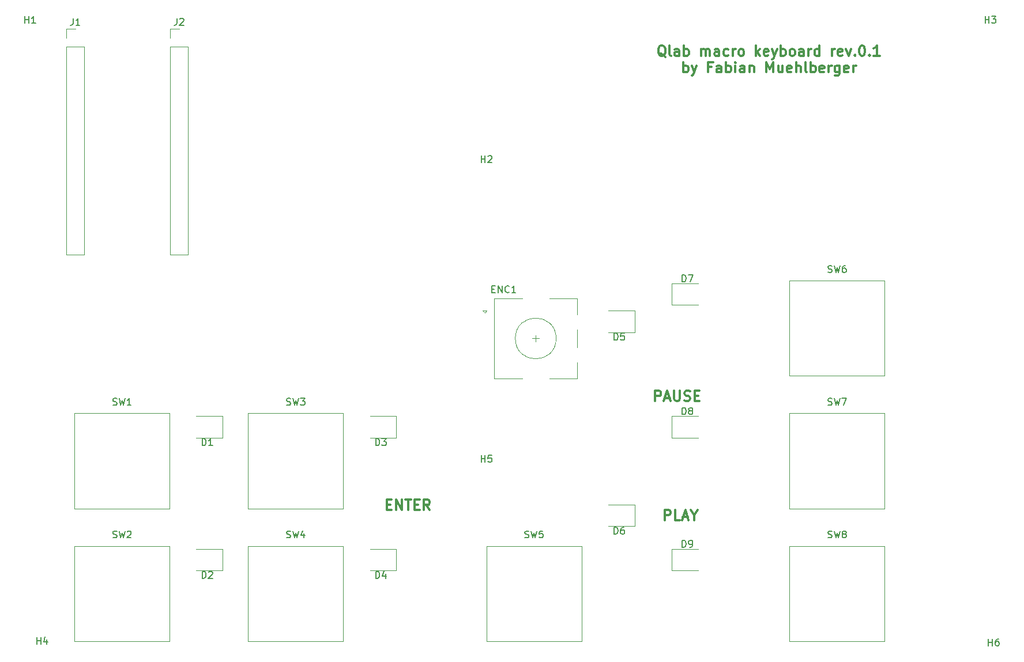
<source format=gbr>
%TF.GenerationSoftware,KiCad,Pcbnew,(6.0.0)*%
%TF.CreationDate,2022-06-05T14:16:53+02:00*%
%TF.ProjectId,Qlab_macro_keyboard,516c6162-5f6d-4616-9372-6f5f6b657962,rev?*%
%TF.SameCoordinates,Original*%
%TF.FileFunction,Legend,Top*%
%TF.FilePolarity,Positive*%
%FSLAX46Y46*%
G04 Gerber Fmt 4.6, Leading zero omitted, Abs format (unit mm)*
G04 Created by KiCad (PCBNEW (6.0.0)) date 2022-06-05 14:16:53*
%MOMM*%
%LPD*%
G01*
G04 APERTURE LIST*
%ADD10C,0.300000*%
%ADD11C,0.150000*%
%ADD12C,0.120000*%
G04 APERTURE END LIST*
D10*
X133321428Y-42113928D02*
X133178571Y-42042500D01*
X133035714Y-41899642D01*
X132821428Y-41685357D01*
X132678571Y-41613928D01*
X132535714Y-41613928D01*
X132607142Y-41971071D02*
X132464285Y-41899642D01*
X132321428Y-41756785D01*
X132250000Y-41471071D01*
X132250000Y-40971071D01*
X132321428Y-40685357D01*
X132464285Y-40542500D01*
X132607142Y-40471071D01*
X132892857Y-40471071D01*
X133035714Y-40542500D01*
X133178571Y-40685357D01*
X133250000Y-40971071D01*
X133250000Y-41471071D01*
X133178571Y-41756785D01*
X133035714Y-41899642D01*
X132892857Y-41971071D01*
X132607142Y-41971071D01*
X134107142Y-41971071D02*
X133964285Y-41899642D01*
X133892857Y-41756785D01*
X133892857Y-40471071D01*
X135321428Y-41971071D02*
X135321428Y-41185357D01*
X135250000Y-41042500D01*
X135107142Y-40971071D01*
X134821428Y-40971071D01*
X134678571Y-41042500D01*
X135321428Y-41899642D02*
X135178571Y-41971071D01*
X134821428Y-41971071D01*
X134678571Y-41899642D01*
X134607142Y-41756785D01*
X134607142Y-41613928D01*
X134678571Y-41471071D01*
X134821428Y-41399642D01*
X135178571Y-41399642D01*
X135321428Y-41328214D01*
X136035714Y-41971071D02*
X136035714Y-40471071D01*
X136035714Y-41042500D02*
X136178571Y-40971071D01*
X136464285Y-40971071D01*
X136607142Y-41042500D01*
X136678571Y-41113928D01*
X136750000Y-41256785D01*
X136750000Y-41685357D01*
X136678571Y-41828214D01*
X136607142Y-41899642D01*
X136464285Y-41971071D01*
X136178571Y-41971071D01*
X136035714Y-41899642D01*
X138535714Y-41971071D02*
X138535714Y-40971071D01*
X138535714Y-41113928D02*
X138607142Y-41042500D01*
X138750000Y-40971071D01*
X138964285Y-40971071D01*
X139107142Y-41042500D01*
X139178571Y-41185357D01*
X139178571Y-41971071D01*
X139178571Y-41185357D02*
X139250000Y-41042500D01*
X139392857Y-40971071D01*
X139607142Y-40971071D01*
X139750000Y-41042500D01*
X139821428Y-41185357D01*
X139821428Y-41971071D01*
X141178571Y-41971071D02*
X141178571Y-41185357D01*
X141107142Y-41042500D01*
X140964285Y-40971071D01*
X140678571Y-40971071D01*
X140535714Y-41042500D01*
X141178571Y-41899642D02*
X141035714Y-41971071D01*
X140678571Y-41971071D01*
X140535714Y-41899642D01*
X140464285Y-41756785D01*
X140464285Y-41613928D01*
X140535714Y-41471071D01*
X140678571Y-41399642D01*
X141035714Y-41399642D01*
X141178571Y-41328214D01*
X142535714Y-41899642D02*
X142392857Y-41971071D01*
X142107142Y-41971071D01*
X141964285Y-41899642D01*
X141892857Y-41828214D01*
X141821428Y-41685357D01*
X141821428Y-41256785D01*
X141892857Y-41113928D01*
X141964285Y-41042500D01*
X142107142Y-40971071D01*
X142392857Y-40971071D01*
X142535714Y-41042500D01*
X143178571Y-41971071D02*
X143178571Y-40971071D01*
X143178571Y-41256785D02*
X143250000Y-41113928D01*
X143321428Y-41042500D01*
X143464285Y-40971071D01*
X143607142Y-40971071D01*
X144321428Y-41971071D02*
X144178571Y-41899642D01*
X144107142Y-41828214D01*
X144035714Y-41685357D01*
X144035714Y-41256785D01*
X144107142Y-41113928D01*
X144178571Y-41042500D01*
X144321428Y-40971071D01*
X144535714Y-40971071D01*
X144678571Y-41042500D01*
X144750000Y-41113928D01*
X144821428Y-41256785D01*
X144821428Y-41685357D01*
X144750000Y-41828214D01*
X144678571Y-41899642D01*
X144535714Y-41971071D01*
X144321428Y-41971071D01*
X146607142Y-41971071D02*
X146607142Y-40471071D01*
X146750000Y-41399642D02*
X147178571Y-41971071D01*
X147178571Y-40971071D02*
X146607142Y-41542500D01*
X148392857Y-41899642D02*
X148250000Y-41971071D01*
X147964285Y-41971071D01*
X147821428Y-41899642D01*
X147750000Y-41756785D01*
X147750000Y-41185357D01*
X147821428Y-41042500D01*
X147964285Y-40971071D01*
X148250000Y-40971071D01*
X148392857Y-41042500D01*
X148464285Y-41185357D01*
X148464285Y-41328214D01*
X147750000Y-41471071D01*
X148964285Y-40971071D02*
X149321428Y-41971071D01*
X149678571Y-40971071D02*
X149321428Y-41971071D01*
X149178571Y-42328214D01*
X149107142Y-42399642D01*
X148964285Y-42471071D01*
X150250000Y-41971071D02*
X150250000Y-40471071D01*
X150250000Y-41042500D02*
X150392857Y-40971071D01*
X150678571Y-40971071D01*
X150821428Y-41042500D01*
X150892857Y-41113928D01*
X150964285Y-41256785D01*
X150964285Y-41685357D01*
X150892857Y-41828214D01*
X150821428Y-41899642D01*
X150678571Y-41971071D01*
X150392857Y-41971071D01*
X150250000Y-41899642D01*
X151821428Y-41971071D02*
X151678571Y-41899642D01*
X151607142Y-41828214D01*
X151535714Y-41685357D01*
X151535714Y-41256785D01*
X151607142Y-41113928D01*
X151678571Y-41042500D01*
X151821428Y-40971071D01*
X152035714Y-40971071D01*
X152178571Y-41042500D01*
X152250000Y-41113928D01*
X152321428Y-41256785D01*
X152321428Y-41685357D01*
X152250000Y-41828214D01*
X152178571Y-41899642D01*
X152035714Y-41971071D01*
X151821428Y-41971071D01*
X153607142Y-41971071D02*
X153607142Y-41185357D01*
X153535714Y-41042500D01*
X153392857Y-40971071D01*
X153107142Y-40971071D01*
X152964285Y-41042500D01*
X153607142Y-41899642D02*
X153464285Y-41971071D01*
X153107142Y-41971071D01*
X152964285Y-41899642D01*
X152892857Y-41756785D01*
X152892857Y-41613928D01*
X152964285Y-41471071D01*
X153107142Y-41399642D01*
X153464285Y-41399642D01*
X153607142Y-41328214D01*
X154321428Y-41971071D02*
X154321428Y-40971071D01*
X154321428Y-41256785D02*
X154392857Y-41113928D01*
X154464285Y-41042500D01*
X154607142Y-40971071D01*
X154750000Y-40971071D01*
X155892857Y-41971071D02*
X155892857Y-40471071D01*
X155892857Y-41899642D02*
X155750000Y-41971071D01*
X155464285Y-41971071D01*
X155321428Y-41899642D01*
X155250000Y-41828214D01*
X155178571Y-41685357D01*
X155178571Y-41256785D01*
X155250000Y-41113928D01*
X155321428Y-41042500D01*
X155464285Y-40971071D01*
X155750000Y-40971071D01*
X155892857Y-41042500D01*
X157750000Y-41971071D02*
X157750000Y-40971071D01*
X157750000Y-41256785D02*
X157821428Y-41113928D01*
X157892857Y-41042500D01*
X158035714Y-40971071D01*
X158178571Y-40971071D01*
X159250000Y-41899642D02*
X159107142Y-41971071D01*
X158821428Y-41971071D01*
X158678571Y-41899642D01*
X158607142Y-41756785D01*
X158607142Y-41185357D01*
X158678571Y-41042500D01*
X158821428Y-40971071D01*
X159107142Y-40971071D01*
X159250000Y-41042500D01*
X159321428Y-41185357D01*
X159321428Y-41328214D01*
X158607142Y-41471071D01*
X159821428Y-40971071D02*
X160178571Y-41971071D01*
X160535714Y-40971071D01*
X161107142Y-41828214D02*
X161178571Y-41899642D01*
X161107142Y-41971071D01*
X161035714Y-41899642D01*
X161107142Y-41828214D01*
X161107142Y-41971071D01*
X162107142Y-40471071D02*
X162250000Y-40471071D01*
X162392857Y-40542500D01*
X162464285Y-40613928D01*
X162535714Y-40756785D01*
X162607142Y-41042500D01*
X162607142Y-41399642D01*
X162535714Y-41685357D01*
X162464285Y-41828214D01*
X162392857Y-41899642D01*
X162250000Y-41971071D01*
X162107142Y-41971071D01*
X161964285Y-41899642D01*
X161892857Y-41828214D01*
X161821428Y-41685357D01*
X161750000Y-41399642D01*
X161750000Y-41042500D01*
X161821428Y-40756785D01*
X161892857Y-40613928D01*
X161964285Y-40542500D01*
X162107142Y-40471071D01*
X163250000Y-41828214D02*
X163321428Y-41899642D01*
X163250000Y-41971071D01*
X163178571Y-41899642D01*
X163250000Y-41828214D01*
X163250000Y-41971071D01*
X164750000Y-41971071D02*
X163892857Y-41971071D01*
X164321428Y-41971071D02*
X164321428Y-40471071D01*
X164178571Y-40685357D01*
X164035714Y-40828214D01*
X163892857Y-40899642D01*
X135928571Y-44386071D02*
X135928571Y-42886071D01*
X135928571Y-43457500D02*
X136071428Y-43386071D01*
X136357142Y-43386071D01*
X136500000Y-43457500D01*
X136571428Y-43528928D01*
X136642857Y-43671785D01*
X136642857Y-44100357D01*
X136571428Y-44243214D01*
X136500000Y-44314642D01*
X136357142Y-44386071D01*
X136071428Y-44386071D01*
X135928571Y-44314642D01*
X137142857Y-43386071D02*
X137500000Y-44386071D01*
X137857142Y-43386071D02*
X137500000Y-44386071D01*
X137357142Y-44743214D01*
X137285714Y-44814642D01*
X137142857Y-44886071D01*
X140071428Y-43600357D02*
X139571428Y-43600357D01*
X139571428Y-44386071D02*
X139571428Y-42886071D01*
X140285714Y-42886071D01*
X141500000Y-44386071D02*
X141500000Y-43600357D01*
X141428571Y-43457500D01*
X141285714Y-43386071D01*
X141000000Y-43386071D01*
X140857142Y-43457500D01*
X141500000Y-44314642D02*
X141357142Y-44386071D01*
X141000000Y-44386071D01*
X140857142Y-44314642D01*
X140785714Y-44171785D01*
X140785714Y-44028928D01*
X140857142Y-43886071D01*
X141000000Y-43814642D01*
X141357142Y-43814642D01*
X141500000Y-43743214D01*
X142214285Y-44386071D02*
X142214285Y-42886071D01*
X142214285Y-43457500D02*
X142357142Y-43386071D01*
X142642857Y-43386071D01*
X142785714Y-43457500D01*
X142857142Y-43528928D01*
X142928571Y-43671785D01*
X142928571Y-44100357D01*
X142857142Y-44243214D01*
X142785714Y-44314642D01*
X142642857Y-44386071D01*
X142357142Y-44386071D01*
X142214285Y-44314642D01*
X143571428Y-44386071D02*
X143571428Y-43386071D01*
X143571428Y-42886071D02*
X143500000Y-42957500D01*
X143571428Y-43028928D01*
X143642857Y-42957500D01*
X143571428Y-42886071D01*
X143571428Y-43028928D01*
X144928571Y-44386071D02*
X144928571Y-43600357D01*
X144857142Y-43457500D01*
X144714285Y-43386071D01*
X144428571Y-43386071D01*
X144285714Y-43457500D01*
X144928571Y-44314642D02*
X144785714Y-44386071D01*
X144428571Y-44386071D01*
X144285714Y-44314642D01*
X144214285Y-44171785D01*
X144214285Y-44028928D01*
X144285714Y-43886071D01*
X144428571Y-43814642D01*
X144785714Y-43814642D01*
X144928571Y-43743214D01*
X145642857Y-43386071D02*
X145642857Y-44386071D01*
X145642857Y-43528928D02*
X145714285Y-43457500D01*
X145857142Y-43386071D01*
X146071428Y-43386071D01*
X146214285Y-43457500D01*
X146285714Y-43600357D01*
X146285714Y-44386071D01*
X148142857Y-44386071D02*
X148142857Y-42886071D01*
X148642857Y-43957500D01*
X149142857Y-42886071D01*
X149142857Y-44386071D01*
X150500000Y-43386071D02*
X150500000Y-44386071D01*
X149857142Y-43386071D02*
X149857142Y-44171785D01*
X149928571Y-44314642D01*
X150071428Y-44386071D01*
X150285714Y-44386071D01*
X150428571Y-44314642D01*
X150500000Y-44243214D01*
X151785714Y-44314642D02*
X151642857Y-44386071D01*
X151357142Y-44386071D01*
X151214285Y-44314642D01*
X151142857Y-44171785D01*
X151142857Y-43600357D01*
X151214285Y-43457500D01*
X151357142Y-43386071D01*
X151642857Y-43386071D01*
X151785714Y-43457500D01*
X151857142Y-43600357D01*
X151857142Y-43743214D01*
X151142857Y-43886071D01*
X152500000Y-44386071D02*
X152500000Y-42886071D01*
X153142857Y-44386071D02*
X153142857Y-43600357D01*
X153071428Y-43457500D01*
X152928571Y-43386071D01*
X152714285Y-43386071D01*
X152571428Y-43457500D01*
X152500000Y-43528928D01*
X154071428Y-44386071D02*
X153928571Y-44314642D01*
X153857142Y-44171785D01*
X153857142Y-42886071D01*
X154642857Y-44386071D02*
X154642857Y-42886071D01*
X154642857Y-43457500D02*
X154785714Y-43386071D01*
X155071428Y-43386071D01*
X155214285Y-43457500D01*
X155285714Y-43528928D01*
X155357142Y-43671785D01*
X155357142Y-44100357D01*
X155285714Y-44243214D01*
X155214285Y-44314642D01*
X155071428Y-44386071D01*
X154785714Y-44386071D01*
X154642857Y-44314642D01*
X156571428Y-44314642D02*
X156428571Y-44386071D01*
X156142857Y-44386071D01*
X156000000Y-44314642D01*
X155928571Y-44171785D01*
X155928571Y-43600357D01*
X156000000Y-43457500D01*
X156142857Y-43386071D01*
X156428571Y-43386071D01*
X156571428Y-43457500D01*
X156642857Y-43600357D01*
X156642857Y-43743214D01*
X155928571Y-43886071D01*
X157285714Y-44386071D02*
X157285714Y-43386071D01*
X157285714Y-43671785D02*
X157357142Y-43528928D01*
X157428571Y-43457500D01*
X157571428Y-43386071D01*
X157714285Y-43386071D01*
X158857142Y-43386071D02*
X158857142Y-44600357D01*
X158785714Y-44743214D01*
X158714285Y-44814642D01*
X158571428Y-44886071D01*
X158357142Y-44886071D01*
X158214285Y-44814642D01*
X158857142Y-44314642D02*
X158714285Y-44386071D01*
X158428571Y-44386071D01*
X158285714Y-44314642D01*
X158214285Y-44243214D01*
X158142857Y-44100357D01*
X158142857Y-43671785D01*
X158214285Y-43528928D01*
X158285714Y-43457500D01*
X158428571Y-43386071D01*
X158714285Y-43386071D01*
X158857142Y-43457500D01*
X160142857Y-44314642D02*
X160000000Y-44386071D01*
X159714285Y-44386071D01*
X159571428Y-44314642D01*
X159500000Y-44171785D01*
X159500000Y-43600357D01*
X159571428Y-43457500D01*
X159714285Y-43386071D01*
X160000000Y-43386071D01*
X160142857Y-43457500D01*
X160214285Y-43600357D01*
X160214285Y-43743214D01*
X159500000Y-43886071D01*
X160857142Y-44386071D02*
X160857142Y-43386071D01*
X160857142Y-43671785D02*
X160928571Y-43528928D01*
X161000000Y-43457500D01*
X161142857Y-43386071D01*
X161285714Y-43386071D01*
X92392857Y-107892857D02*
X92892857Y-107892857D01*
X93107142Y-108678571D02*
X92392857Y-108678571D01*
X92392857Y-107178571D01*
X93107142Y-107178571D01*
X93750000Y-108678571D02*
X93750000Y-107178571D01*
X94607142Y-108678571D01*
X94607142Y-107178571D01*
X95107142Y-107178571D02*
X95964285Y-107178571D01*
X95535714Y-108678571D02*
X95535714Y-107178571D01*
X96464285Y-107892857D02*
X96964285Y-107892857D01*
X97178571Y-108678571D02*
X96464285Y-108678571D01*
X96464285Y-107178571D01*
X97178571Y-107178571D01*
X98678571Y-108678571D02*
X98178571Y-107964285D01*
X97821428Y-108678571D02*
X97821428Y-107178571D01*
X98392857Y-107178571D01*
X98535714Y-107250000D01*
X98607142Y-107321428D01*
X98678571Y-107464285D01*
X98678571Y-107678571D01*
X98607142Y-107821428D01*
X98535714Y-107892857D01*
X98392857Y-107964285D01*
X97821428Y-107964285D01*
X131785714Y-92678571D02*
X131785714Y-91178571D01*
X132357142Y-91178571D01*
X132500000Y-91250000D01*
X132571428Y-91321428D01*
X132642857Y-91464285D01*
X132642857Y-91678571D01*
X132571428Y-91821428D01*
X132500000Y-91892857D01*
X132357142Y-91964285D01*
X131785714Y-91964285D01*
X133214285Y-92250000D02*
X133928571Y-92250000D01*
X133071428Y-92678571D02*
X133571428Y-91178571D01*
X134071428Y-92678571D01*
X134571428Y-91178571D02*
X134571428Y-92392857D01*
X134642857Y-92535714D01*
X134714285Y-92607142D01*
X134857142Y-92678571D01*
X135142857Y-92678571D01*
X135285714Y-92607142D01*
X135357142Y-92535714D01*
X135428571Y-92392857D01*
X135428571Y-91178571D01*
X136071428Y-92607142D02*
X136285714Y-92678571D01*
X136642857Y-92678571D01*
X136785714Y-92607142D01*
X136857142Y-92535714D01*
X136928571Y-92392857D01*
X136928571Y-92250000D01*
X136857142Y-92107142D01*
X136785714Y-92035714D01*
X136642857Y-91964285D01*
X136357142Y-91892857D01*
X136214285Y-91821428D01*
X136142857Y-91750000D01*
X136071428Y-91607142D01*
X136071428Y-91464285D01*
X136142857Y-91321428D01*
X136214285Y-91250000D01*
X136357142Y-91178571D01*
X136714285Y-91178571D01*
X136928571Y-91250000D01*
X137571428Y-91892857D02*
X138071428Y-91892857D01*
X138285714Y-92678571D02*
X137571428Y-92678571D01*
X137571428Y-91178571D01*
X138285714Y-91178571D01*
X133214285Y-110178571D02*
X133214285Y-108678571D01*
X133785714Y-108678571D01*
X133928571Y-108750000D01*
X134000000Y-108821428D01*
X134071428Y-108964285D01*
X134071428Y-109178571D01*
X134000000Y-109321428D01*
X133928571Y-109392857D01*
X133785714Y-109464285D01*
X133214285Y-109464285D01*
X135428571Y-110178571D02*
X134714285Y-110178571D01*
X134714285Y-108678571D01*
X135857142Y-109750000D02*
X136571428Y-109750000D01*
X135714285Y-110178571D02*
X136214285Y-108678571D01*
X136714285Y-110178571D01*
X137500000Y-109464285D02*
X137500000Y-110178571D01*
X137000000Y-108678571D02*
X137500000Y-109464285D01*
X138000000Y-108678571D01*
D11*
%TO.C,D5*%
X125761904Y-83732380D02*
X125761904Y-82732380D01*
X126000000Y-82732380D01*
X126142857Y-82780000D01*
X126238095Y-82875238D01*
X126285714Y-82970476D01*
X126333333Y-83160952D01*
X126333333Y-83303809D01*
X126285714Y-83494285D01*
X126238095Y-83589523D01*
X126142857Y-83684761D01*
X126000000Y-83732380D01*
X125761904Y-83732380D01*
X127238095Y-82732380D02*
X126761904Y-82732380D01*
X126714285Y-83208571D01*
X126761904Y-83160952D01*
X126857142Y-83113333D01*
X127095238Y-83113333D01*
X127190476Y-83160952D01*
X127238095Y-83208571D01*
X127285714Y-83303809D01*
X127285714Y-83541904D01*
X127238095Y-83637142D01*
X127190476Y-83684761D01*
X127095238Y-83732380D01*
X126857142Y-83732380D01*
X126761904Y-83684761D01*
X126714285Y-83637142D01*
%TO.C,SW1*%
X52166666Y-93242261D02*
X52309523Y-93289880D01*
X52547619Y-93289880D01*
X52642857Y-93242261D01*
X52690476Y-93194642D01*
X52738095Y-93099404D01*
X52738095Y-93004166D01*
X52690476Y-92908928D01*
X52642857Y-92861309D01*
X52547619Y-92813690D01*
X52357142Y-92766071D01*
X52261904Y-92718452D01*
X52214285Y-92670833D01*
X52166666Y-92575595D01*
X52166666Y-92480357D01*
X52214285Y-92385119D01*
X52261904Y-92337500D01*
X52357142Y-92289880D01*
X52595238Y-92289880D01*
X52738095Y-92337500D01*
X53071428Y-92289880D02*
X53309523Y-93289880D01*
X53500000Y-92575595D01*
X53690476Y-93289880D01*
X53928571Y-92289880D01*
X54833333Y-93289880D02*
X54261904Y-93289880D01*
X54547619Y-93289880D02*
X54547619Y-92289880D01*
X54452380Y-92432738D01*
X54357142Y-92527976D01*
X54261904Y-92575595D01*
%TO.C,ENC1*%
X107835714Y-76228571D02*
X108169047Y-76228571D01*
X108311904Y-76752380D02*
X107835714Y-76752380D01*
X107835714Y-75752380D01*
X108311904Y-75752380D01*
X108740476Y-76752380D02*
X108740476Y-75752380D01*
X109311904Y-76752380D01*
X109311904Y-75752380D01*
X110359523Y-76657142D02*
X110311904Y-76704761D01*
X110169047Y-76752380D01*
X110073809Y-76752380D01*
X109930952Y-76704761D01*
X109835714Y-76609523D01*
X109788095Y-76514285D01*
X109740476Y-76323809D01*
X109740476Y-76180952D01*
X109788095Y-75990476D01*
X109835714Y-75895238D01*
X109930952Y-75800000D01*
X110073809Y-75752380D01*
X110169047Y-75752380D01*
X110311904Y-75800000D01*
X110359523Y-75847619D01*
X111311904Y-76752380D02*
X110740476Y-76752380D01*
X111026190Y-76752380D02*
X111026190Y-75752380D01*
X110930952Y-75895238D01*
X110835714Y-75990476D01*
X110740476Y-76038095D01*
%TO.C,SW8*%
X157166666Y-112742261D02*
X157309523Y-112789880D01*
X157547619Y-112789880D01*
X157642857Y-112742261D01*
X157690476Y-112694642D01*
X157738095Y-112599404D01*
X157738095Y-112504166D01*
X157690476Y-112408928D01*
X157642857Y-112361309D01*
X157547619Y-112313690D01*
X157357142Y-112266071D01*
X157261904Y-112218452D01*
X157214285Y-112170833D01*
X157166666Y-112075595D01*
X157166666Y-111980357D01*
X157214285Y-111885119D01*
X157261904Y-111837500D01*
X157357142Y-111789880D01*
X157595238Y-111789880D01*
X157738095Y-111837500D01*
X158071428Y-111789880D02*
X158309523Y-112789880D01*
X158500000Y-112075595D01*
X158690476Y-112789880D01*
X158928571Y-111789880D01*
X159452380Y-112218452D02*
X159357142Y-112170833D01*
X159309523Y-112123214D01*
X159261904Y-112027976D01*
X159261904Y-111980357D01*
X159309523Y-111885119D01*
X159357142Y-111837500D01*
X159452380Y-111789880D01*
X159642857Y-111789880D01*
X159738095Y-111837500D01*
X159785714Y-111885119D01*
X159833333Y-111980357D01*
X159833333Y-112027976D01*
X159785714Y-112123214D01*
X159738095Y-112170833D01*
X159642857Y-112218452D01*
X159452380Y-112218452D01*
X159357142Y-112266071D01*
X159309523Y-112313690D01*
X159261904Y-112408928D01*
X159261904Y-112599404D01*
X159309523Y-112694642D01*
X159357142Y-112742261D01*
X159452380Y-112789880D01*
X159642857Y-112789880D01*
X159738095Y-112742261D01*
X159785714Y-112694642D01*
X159833333Y-112599404D01*
X159833333Y-112408928D01*
X159785714Y-112313690D01*
X159738095Y-112266071D01*
X159642857Y-112218452D01*
%TO.C,SW4*%
X77666666Y-112742261D02*
X77809523Y-112789880D01*
X78047619Y-112789880D01*
X78142857Y-112742261D01*
X78190476Y-112694642D01*
X78238095Y-112599404D01*
X78238095Y-112504166D01*
X78190476Y-112408928D01*
X78142857Y-112361309D01*
X78047619Y-112313690D01*
X77857142Y-112266071D01*
X77761904Y-112218452D01*
X77714285Y-112170833D01*
X77666666Y-112075595D01*
X77666666Y-111980357D01*
X77714285Y-111885119D01*
X77761904Y-111837500D01*
X77857142Y-111789880D01*
X78095238Y-111789880D01*
X78238095Y-111837500D01*
X78571428Y-111789880D02*
X78809523Y-112789880D01*
X79000000Y-112075595D01*
X79190476Y-112789880D01*
X79428571Y-111789880D01*
X80238095Y-112123214D02*
X80238095Y-112789880D01*
X80000000Y-111742261D02*
X79761904Y-112456547D01*
X80380952Y-112456547D01*
%TO.C,SW6*%
X157166666Y-73742261D02*
X157309523Y-73789880D01*
X157547619Y-73789880D01*
X157642857Y-73742261D01*
X157690476Y-73694642D01*
X157738095Y-73599404D01*
X157738095Y-73504166D01*
X157690476Y-73408928D01*
X157642857Y-73361309D01*
X157547619Y-73313690D01*
X157357142Y-73266071D01*
X157261904Y-73218452D01*
X157214285Y-73170833D01*
X157166666Y-73075595D01*
X157166666Y-72980357D01*
X157214285Y-72885119D01*
X157261904Y-72837500D01*
X157357142Y-72789880D01*
X157595238Y-72789880D01*
X157738095Y-72837500D01*
X158071428Y-72789880D02*
X158309523Y-73789880D01*
X158500000Y-73075595D01*
X158690476Y-73789880D01*
X158928571Y-72789880D01*
X159738095Y-72789880D02*
X159547619Y-72789880D01*
X159452380Y-72837500D01*
X159404761Y-72885119D01*
X159309523Y-73027976D01*
X159261904Y-73218452D01*
X159261904Y-73599404D01*
X159309523Y-73694642D01*
X159357142Y-73742261D01*
X159452380Y-73789880D01*
X159642857Y-73789880D01*
X159738095Y-73742261D01*
X159785714Y-73694642D01*
X159833333Y-73599404D01*
X159833333Y-73361309D01*
X159785714Y-73266071D01*
X159738095Y-73218452D01*
X159642857Y-73170833D01*
X159452380Y-73170833D01*
X159357142Y-73218452D01*
X159309523Y-73266071D01*
X159261904Y-73361309D01*
%TO.C,D4*%
X90761904Y-118732380D02*
X90761904Y-117732380D01*
X91000000Y-117732380D01*
X91142857Y-117780000D01*
X91238095Y-117875238D01*
X91285714Y-117970476D01*
X91333333Y-118160952D01*
X91333333Y-118303809D01*
X91285714Y-118494285D01*
X91238095Y-118589523D01*
X91142857Y-118684761D01*
X91000000Y-118732380D01*
X90761904Y-118732380D01*
X92190476Y-118065714D02*
X92190476Y-118732380D01*
X91952380Y-117684761D02*
X91714285Y-118399047D01*
X92333333Y-118399047D01*
%TO.C,H4*%
X40988095Y-128402380D02*
X40988095Y-127402380D01*
X40988095Y-127878571D02*
X41559523Y-127878571D01*
X41559523Y-128402380D02*
X41559523Y-127402380D01*
X42464285Y-127735714D02*
X42464285Y-128402380D01*
X42226190Y-127354761D02*
X41988095Y-128069047D01*
X42607142Y-128069047D01*
%TO.C,H3*%
X180238095Y-37152380D02*
X180238095Y-36152380D01*
X180238095Y-36628571D02*
X180809523Y-36628571D01*
X180809523Y-37152380D02*
X180809523Y-36152380D01*
X181190476Y-36152380D02*
X181809523Y-36152380D01*
X181476190Y-36533333D01*
X181619047Y-36533333D01*
X181714285Y-36580952D01*
X181761904Y-36628571D01*
X181809523Y-36723809D01*
X181809523Y-36961904D01*
X181761904Y-37057142D01*
X181714285Y-37104761D01*
X181619047Y-37152380D01*
X181333333Y-37152380D01*
X181238095Y-37104761D01*
X181190476Y-37057142D01*
%TO.C,D8*%
X135761904Y-94672380D02*
X135761904Y-93672380D01*
X136000000Y-93672380D01*
X136142857Y-93720000D01*
X136238095Y-93815238D01*
X136285714Y-93910476D01*
X136333333Y-94100952D01*
X136333333Y-94243809D01*
X136285714Y-94434285D01*
X136238095Y-94529523D01*
X136142857Y-94624761D01*
X136000000Y-94672380D01*
X135761904Y-94672380D01*
X136904761Y-94100952D02*
X136809523Y-94053333D01*
X136761904Y-94005714D01*
X136714285Y-93910476D01*
X136714285Y-93862857D01*
X136761904Y-93767619D01*
X136809523Y-93720000D01*
X136904761Y-93672380D01*
X137095238Y-93672380D01*
X137190476Y-93720000D01*
X137238095Y-93767619D01*
X137285714Y-93862857D01*
X137285714Y-93910476D01*
X137238095Y-94005714D01*
X137190476Y-94053333D01*
X137095238Y-94100952D01*
X136904761Y-94100952D01*
X136809523Y-94148571D01*
X136761904Y-94196190D01*
X136714285Y-94291428D01*
X136714285Y-94481904D01*
X136761904Y-94577142D01*
X136809523Y-94624761D01*
X136904761Y-94672380D01*
X137095238Y-94672380D01*
X137190476Y-94624761D01*
X137238095Y-94577142D01*
X137285714Y-94481904D01*
X137285714Y-94291428D01*
X137238095Y-94196190D01*
X137190476Y-94148571D01*
X137095238Y-94100952D01*
%TO.C,D1*%
X65261904Y-99232380D02*
X65261904Y-98232380D01*
X65500000Y-98232380D01*
X65642857Y-98280000D01*
X65738095Y-98375238D01*
X65785714Y-98470476D01*
X65833333Y-98660952D01*
X65833333Y-98803809D01*
X65785714Y-98994285D01*
X65738095Y-99089523D01*
X65642857Y-99184761D01*
X65500000Y-99232380D01*
X65261904Y-99232380D01*
X66785714Y-99232380D02*
X66214285Y-99232380D01*
X66500000Y-99232380D02*
X66500000Y-98232380D01*
X66404761Y-98375238D01*
X66309523Y-98470476D01*
X66214285Y-98518095D01*
%TO.C,SW7*%
X157166666Y-93242261D02*
X157309523Y-93289880D01*
X157547619Y-93289880D01*
X157642857Y-93242261D01*
X157690476Y-93194642D01*
X157738095Y-93099404D01*
X157738095Y-93004166D01*
X157690476Y-92908928D01*
X157642857Y-92861309D01*
X157547619Y-92813690D01*
X157357142Y-92766071D01*
X157261904Y-92718452D01*
X157214285Y-92670833D01*
X157166666Y-92575595D01*
X157166666Y-92480357D01*
X157214285Y-92385119D01*
X157261904Y-92337500D01*
X157357142Y-92289880D01*
X157595238Y-92289880D01*
X157738095Y-92337500D01*
X158071428Y-92289880D02*
X158309523Y-93289880D01*
X158500000Y-92575595D01*
X158690476Y-93289880D01*
X158928571Y-92289880D01*
X159214285Y-92289880D02*
X159880952Y-92289880D01*
X159452380Y-93289880D01*
%TO.C,D9*%
X135761904Y-114172380D02*
X135761904Y-113172380D01*
X136000000Y-113172380D01*
X136142857Y-113220000D01*
X136238095Y-113315238D01*
X136285714Y-113410476D01*
X136333333Y-113600952D01*
X136333333Y-113743809D01*
X136285714Y-113934285D01*
X136238095Y-114029523D01*
X136142857Y-114124761D01*
X136000000Y-114172380D01*
X135761904Y-114172380D01*
X136809523Y-114172380D02*
X137000000Y-114172380D01*
X137095238Y-114124761D01*
X137142857Y-114077142D01*
X137238095Y-113934285D01*
X137285714Y-113743809D01*
X137285714Y-113362857D01*
X137238095Y-113267619D01*
X137190476Y-113220000D01*
X137095238Y-113172380D01*
X136904761Y-113172380D01*
X136809523Y-113220000D01*
X136761904Y-113267619D01*
X136714285Y-113362857D01*
X136714285Y-113600952D01*
X136761904Y-113696190D01*
X136809523Y-113743809D01*
X136904761Y-113791428D01*
X137095238Y-113791428D01*
X137190476Y-113743809D01*
X137238095Y-113696190D01*
X137285714Y-113600952D01*
%TO.C,D2*%
X65261904Y-118732380D02*
X65261904Y-117732380D01*
X65500000Y-117732380D01*
X65642857Y-117780000D01*
X65738095Y-117875238D01*
X65785714Y-117970476D01*
X65833333Y-118160952D01*
X65833333Y-118303809D01*
X65785714Y-118494285D01*
X65738095Y-118589523D01*
X65642857Y-118684761D01*
X65500000Y-118732380D01*
X65261904Y-118732380D01*
X66214285Y-117827619D02*
X66261904Y-117780000D01*
X66357142Y-117732380D01*
X66595238Y-117732380D01*
X66690476Y-117780000D01*
X66738095Y-117827619D01*
X66785714Y-117922857D01*
X66785714Y-118018095D01*
X66738095Y-118160952D01*
X66166666Y-118732380D01*
X66785714Y-118732380D01*
%TO.C,H1*%
X39238095Y-37152380D02*
X39238095Y-36152380D01*
X39238095Y-36628571D02*
X39809523Y-36628571D01*
X39809523Y-37152380D02*
X39809523Y-36152380D01*
X40809523Y-37152380D02*
X40238095Y-37152380D01*
X40523809Y-37152380D02*
X40523809Y-36152380D01*
X40428571Y-36295238D01*
X40333333Y-36390476D01*
X40238095Y-36438095D01*
%TO.C,D3*%
X90761904Y-99232380D02*
X90761904Y-98232380D01*
X91000000Y-98232380D01*
X91142857Y-98280000D01*
X91238095Y-98375238D01*
X91285714Y-98470476D01*
X91333333Y-98660952D01*
X91333333Y-98803809D01*
X91285714Y-98994285D01*
X91238095Y-99089523D01*
X91142857Y-99184761D01*
X91000000Y-99232380D01*
X90761904Y-99232380D01*
X91666666Y-98232380D02*
X92285714Y-98232380D01*
X91952380Y-98613333D01*
X92095238Y-98613333D01*
X92190476Y-98660952D01*
X92238095Y-98708571D01*
X92285714Y-98803809D01*
X92285714Y-99041904D01*
X92238095Y-99137142D01*
X92190476Y-99184761D01*
X92095238Y-99232380D01*
X91809523Y-99232380D01*
X91714285Y-99184761D01*
X91666666Y-99137142D01*
%TO.C,SW5*%
X112666666Y-112742261D02*
X112809523Y-112789880D01*
X113047619Y-112789880D01*
X113142857Y-112742261D01*
X113190476Y-112694642D01*
X113238095Y-112599404D01*
X113238095Y-112504166D01*
X113190476Y-112408928D01*
X113142857Y-112361309D01*
X113047619Y-112313690D01*
X112857142Y-112266071D01*
X112761904Y-112218452D01*
X112714285Y-112170833D01*
X112666666Y-112075595D01*
X112666666Y-111980357D01*
X112714285Y-111885119D01*
X112761904Y-111837500D01*
X112857142Y-111789880D01*
X113095238Y-111789880D01*
X113238095Y-111837500D01*
X113571428Y-111789880D02*
X113809523Y-112789880D01*
X114000000Y-112075595D01*
X114190476Y-112789880D01*
X114428571Y-111789880D01*
X115285714Y-111789880D02*
X114809523Y-111789880D01*
X114761904Y-112266071D01*
X114809523Y-112218452D01*
X114904761Y-112170833D01*
X115142857Y-112170833D01*
X115238095Y-112218452D01*
X115285714Y-112266071D01*
X115333333Y-112361309D01*
X115333333Y-112599404D01*
X115285714Y-112694642D01*
X115238095Y-112742261D01*
X115142857Y-112789880D01*
X114904761Y-112789880D01*
X114809523Y-112742261D01*
X114761904Y-112694642D01*
%TO.C,H6*%
X180738095Y-128652380D02*
X180738095Y-127652380D01*
X180738095Y-128128571D02*
X181309523Y-128128571D01*
X181309523Y-128652380D02*
X181309523Y-127652380D01*
X182214285Y-127652380D02*
X182023809Y-127652380D01*
X181928571Y-127700000D01*
X181880952Y-127747619D01*
X181785714Y-127890476D01*
X181738095Y-128080952D01*
X181738095Y-128461904D01*
X181785714Y-128557142D01*
X181833333Y-128604761D01*
X181928571Y-128652380D01*
X182119047Y-128652380D01*
X182214285Y-128604761D01*
X182261904Y-128557142D01*
X182309523Y-128461904D01*
X182309523Y-128223809D01*
X182261904Y-128128571D01*
X182214285Y-128080952D01*
X182119047Y-128033333D01*
X181928571Y-128033333D01*
X181833333Y-128080952D01*
X181785714Y-128128571D01*
X181738095Y-128223809D01*
%TO.C,H5*%
X106238095Y-101652380D02*
X106238095Y-100652380D01*
X106238095Y-101128571D02*
X106809523Y-101128571D01*
X106809523Y-101652380D02*
X106809523Y-100652380D01*
X107761904Y-100652380D02*
X107285714Y-100652380D01*
X107238095Y-101128571D01*
X107285714Y-101080952D01*
X107380952Y-101033333D01*
X107619047Y-101033333D01*
X107714285Y-101080952D01*
X107761904Y-101128571D01*
X107809523Y-101223809D01*
X107809523Y-101461904D01*
X107761904Y-101557142D01*
X107714285Y-101604761D01*
X107619047Y-101652380D01*
X107380952Y-101652380D01*
X107285714Y-101604761D01*
X107238095Y-101557142D01*
%TO.C,D7*%
X135761904Y-75172380D02*
X135761904Y-74172380D01*
X136000000Y-74172380D01*
X136142857Y-74220000D01*
X136238095Y-74315238D01*
X136285714Y-74410476D01*
X136333333Y-74600952D01*
X136333333Y-74743809D01*
X136285714Y-74934285D01*
X136238095Y-75029523D01*
X136142857Y-75124761D01*
X136000000Y-75172380D01*
X135761904Y-75172380D01*
X136666666Y-74172380D02*
X137333333Y-74172380D01*
X136904761Y-75172380D01*
%TO.C,J2*%
X61550666Y-36462380D02*
X61550666Y-37176666D01*
X61503047Y-37319523D01*
X61407809Y-37414761D01*
X61264952Y-37462380D01*
X61169714Y-37462380D01*
X61979238Y-36557619D02*
X62026857Y-36510000D01*
X62122095Y-36462380D01*
X62360190Y-36462380D01*
X62455428Y-36510000D01*
X62503047Y-36557619D01*
X62550666Y-36652857D01*
X62550666Y-36748095D01*
X62503047Y-36890952D01*
X61931619Y-37462380D01*
X62550666Y-37462380D01*
%TO.C,SW3*%
X77666666Y-93242261D02*
X77809523Y-93289880D01*
X78047619Y-93289880D01*
X78142857Y-93242261D01*
X78190476Y-93194642D01*
X78238095Y-93099404D01*
X78238095Y-93004166D01*
X78190476Y-92908928D01*
X78142857Y-92861309D01*
X78047619Y-92813690D01*
X77857142Y-92766071D01*
X77761904Y-92718452D01*
X77714285Y-92670833D01*
X77666666Y-92575595D01*
X77666666Y-92480357D01*
X77714285Y-92385119D01*
X77761904Y-92337500D01*
X77857142Y-92289880D01*
X78095238Y-92289880D01*
X78238095Y-92337500D01*
X78571428Y-92289880D02*
X78809523Y-93289880D01*
X79000000Y-92575595D01*
X79190476Y-93289880D01*
X79428571Y-92289880D01*
X79714285Y-92289880D02*
X80333333Y-92289880D01*
X80000000Y-92670833D01*
X80142857Y-92670833D01*
X80238095Y-92718452D01*
X80285714Y-92766071D01*
X80333333Y-92861309D01*
X80333333Y-93099404D01*
X80285714Y-93194642D01*
X80238095Y-93242261D01*
X80142857Y-93289880D01*
X79857142Y-93289880D01*
X79761904Y-93242261D01*
X79714285Y-93194642D01*
%TO.C,D6*%
X125761904Y-112232380D02*
X125761904Y-111232380D01*
X126000000Y-111232380D01*
X126142857Y-111280000D01*
X126238095Y-111375238D01*
X126285714Y-111470476D01*
X126333333Y-111660952D01*
X126333333Y-111803809D01*
X126285714Y-111994285D01*
X126238095Y-112089523D01*
X126142857Y-112184761D01*
X126000000Y-112232380D01*
X125761904Y-112232380D01*
X127190476Y-111232380D02*
X127000000Y-111232380D01*
X126904761Y-111280000D01*
X126857142Y-111327619D01*
X126761904Y-111470476D01*
X126714285Y-111660952D01*
X126714285Y-112041904D01*
X126761904Y-112137142D01*
X126809523Y-112184761D01*
X126904761Y-112232380D01*
X127095238Y-112232380D01*
X127190476Y-112184761D01*
X127238095Y-112137142D01*
X127285714Y-112041904D01*
X127285714Y-111803809D01*
X127238095Y-111708571D01*
X127190476Y-111660952D01*
X127095238Y-111613333D01*
X126904761Y-111613333D01*
X126809523Y-111660952D01*
X126761904Y-111708571D01*
X126714285Y-111803809D01*
%TO.C,SW2*%
X52166666Y-112742261D02*
X52309523Y-112789880D01*
X52547619Y-112789880D01*
X52642857Y-112742261D01*
X52690476Y-112694642D01*
X52738095Y-112599404D01*
X52738095Y-112504166D01*
X52690476Y-112408928D01*
X52642857Y-112361309D01*
X52547619Y-112313690D01*
X52357142Y-112266071D01*
X52261904Y-112218452D01*
X52214285Y-112170833D01*
X52166666Y-112075595D01*
X52166666Y-111980357D01*
X52214285Y-111885119D01*
X52261904Y-111837500D01*
X52357142Y-111789880D01*
X52595238Y-111789880D01*
X52738095Y-111837500D01*
X53071428Y-111789880D02*
X53309523Y-112789880D01*
X53500000Y-112075595D01*
X53690476Y-112789880D01*
X53928571Y-111789880D01*
X54261904Y-111885119D02*
X54309523Y-111837500D01*
X54404761Y-111789880D01*
X54642857Y-111789880D01*
X54738095Y-111837500D01*
X54785714Y-111885119D01*
X54833333Y-111980357D01*
X54833333Y-112075595D01*
X54785714Y-112218452D01*
X54214285Y-112789880D01*
X54833333Y-112789880D01*
%TO.C,H2*%
X106238095Y-57652380D02*
X106238095Y-56652380D01*
X106238095Y-57128571D02*
X106809523Y-57128571D01*
X106809523Y-57652380D02*
X106809523Y-56652380D01*
X107238095Y-56747619D02*
X107285714Y-56700000D01*
X107380952Y-56652380D01*
X107619047Y-56652380D01*
X107714285Y-56700000D01*
X107761904Y-56747619D01*
X107809523Y-56842857D01*
X107809523Y-56938095D01*
X107761904Y-57080952D01*
X107190476Y-57652380D01*
X107809523Y-57652380D01*
%TO.C,J1*%
X46300666Y-36477380D02*
X46300666Y-37191666D01*
X46253047Y-37334523D01*
X46157809Y-37429761D01*
X46014952Y-37477380D01*
X45919714Y-37477380D01*
X47300666Y-37477380D02*
X46729238Y-37477380D01*
X47014952Y-37477380D02*
X47014952Y-36477380D01*
X46919714Y-36620238D01*
X46824476Y-36715476D01*
X46729238Y-36763095D01*
D12*
%TO.C,D5*%
X128785000Y-79415000D02*
X124900000Y-79415000D01*
X124900000Y-82585000D02*
X128785000Y-82585000D01*
X128785000Y-82585000D02*
X128785000Y-79415000D01*
%TO.C,SW1*%
X60500000Y-108500000D02*
X46500000Y-108500000D01*
X46500000Y-94500000D02*
X46500000Y-108500000D01*
X46500000Y-94500000D02*
X60500000Y-94500000D01*
X60500000Y-94500000D02*
X60500000Y-108500000D01*
%TO.C,ENC1*%
X120350000Y-82200000D02*
X120350000Y-84800000D01*
X114250000Y-83000000D02*
X114250000Y-84000000D01*
X112250000Y-77600000D02*
X108150000Y-77600000D01*
X107050000Y-79400000D02*
X106750000Y-79700000D01*
X112250000Y-89400000D02*
X108150000Y-89400000D01*
X106450000Y-79400000D02*
X107050000Y-79400000D01*
X120350000Y-89400000D02*
X116250000Y-89400000D01*
X108150000Y-77600000D02*
X108150000Y-89400000D01*
X106750000Y-79700000D02*
X106450000Y-79400000D01*
X113750000Y-83500000D02*
X114750000Y-83500000D01*
X120350000Y-87000000D02*
X120350000Y-89400000D01*
X116250000Y-77600000D02*
X120350000Y-77600000D01*
X120350000Y-77600000D02*
X120350000Y-80000000D01*
X117250000Y-83500000D02*
G75*
G03*
X117250000Y-83500000I-3000000J0D01*
G01*
%TO.C,SW8*%
X165500000Y-114000000D02*
X165500000Y-128000000D01*
X151500000Y-114000000D02*
X165500000Y-114000000D01*
X151500000Y-114000000D02*
X151500000Y-128000000D01*
X165500000Y-128000000D02*
X151500000Y-128000000D01*
%TO.C,SW4*%
X72000000Y-114000000D02*
X86000000Y-114000000D01*
X86000000Y-128000000D02*
X72000000Y-128000000D01*
X72000000Y-114000000D02*
X72000000Y-128000000D01*
X86000000Y-114000000D02*
X86000000Y-128000000D01*
%TO.C,SW6*%
X151500000Y-75000000D02*
X151500000Y-89000000D01*
X165500000Y-75000000D02*
X165500000Y-89000000D01*
X151500000Y-75000000D02*
X165500000Y-75000000D01*
X165500000Y-89000000D02*
X151500000Y-89000000D01*
%TO.C,D4*%
X93785000Y-114415000D02*
X89900000Y-114415000D01*
X93785000Y-117585000D02*
X93785000Y-114415000D01*
X89900000Y-117585000D02*
X93785000Y-117585000D01*
%TO.C,D8*%
X138100000Y-94915000D02*
X134215000Y-94915000D01*
X134215000Y-94915000D02*
X134215000Y-98085000D01*
X134215000Y-98085000D02*
X138100000Y-98085000D01*
%TO.C,D1*%
X68285000Y-98085000D02*
X68285000Y-94915000D01*
X68285000Y-94915000D02*
X64400000Y-94915000D01*
X64400000Y-98085000D02*
X68285000Y-98085000D01*
%TO.C,SW7*%
X165500000Y-108500000D02*
X151500000Y-108500000D01*
X151500000Y-94500000D02*
X151500000Y-108500000D01*
X151500000Y-94500000D02*
X165500000Y-94500000D01*
X165500000Y-94500000D02*
X165500000Y-108500000D01*
%TO.C,D9*%
X138100000Y-114415000D02*
X134215000Y-114415000D01*
X134215000Y-114415000D02*
X134215000Y-117585000D01*
X134215000Y-117585000D02*
X138100000Y-117585000D01*
%TO.C,D2*%
X68285000Y-114415000D02*
X64400000Y-114415000D01*
X64400000Y-117585000D02*
X68285000Y-117585000D01*
X68285000Y-117585000D02*
X68285000Y-114415000D01*
%TO.C,D3*%
X93785000Y-94915000D02*
X89900000Y-94915000D01*
X89900000Y-98085000D02*
X93785000Y-98085000D01*
X93785000Y-98085000D02*
X93785000Y-94915000D01*
%TO.C,SW5*%
X107000000Y-114000000D02*
X107000000Y-128000000D01*
X121000000Y-128000000D02*
X107000000Y-128000000D01*
X121000000Y-114000000D02*
X121000000Y-128000000D01*
X107000000Y-114000000D02*
X121000000Y-114000000D01*
%TO.C,D7*%
X134215000Y-75415000D02*
X134215000Y-78585000D01*
X134215000Y-78585000D02*
X138100000Y-78585000D01*
X138100000Y-75415000D02*
X134215000Y-75415000D01*
%TO.C,J2*%
X60554000Y-40610000D02*
X60554000Y-71150000D01*
X60554000Y-71150000D02*
X63214000Y-71150000D01*
X60554000Y-39340000D02*
X60554000Y-38010000D01*
X60554000Y-40610000D02*
X63214000Y-40610000D01*
X63214000Y-40610000D02*
X63214000Y-71150000D01*
X60554000Y-38010000D02*
X61884000Y-38010000D01*
%TO.C,SW3*%
X72000000Y-94500000D02*
X72000000Y-108500000D01*
X86000000Y-94500000D02*
X86000000Y-108500000D01*
X72000000Y-94500000D02*
X86000000Y-94500000D01*
X86000000Y-108500000D02*
X72000000Y-108500000D01*
%TO.C,D6*%
X128785000Y-111085000D02*
X128785000Y-107915000D01*
X128785000Y-107915000D02*
X124900000Y-107915000D01*
X124900000Y-111085000D02*
X128785000Y-111085000D01*
%TO.C,SW2*%
X46500000Y-114000000D02*
X46500000Y-128000000D01*
X60500000Y-114000000D02*
X60500000Y-128000000D01*
X46500000Y-114000000D02*
X60500000Y-114000000D01*
X60500000Y-128000000D02*
X46500000Y-128000000D01*
%TO.C,J1*%
X45304000Y-38025000D02*
X46634000Y-38025000D01*
X47964000Y-40625000D02*
X47964000Y-71165000D01*
X45304000Y-71165000D02*
X47964000Y-71165000D01*
X45304000Y-40625000D02*
X45304000Y-71165000D01*
X45304000Y-39355000D02*
X45304000Y-38025000D01*
X45304000Y-40625000D02*
X47964000Y-40625000D01*
%TD*%
M02*

</source>
